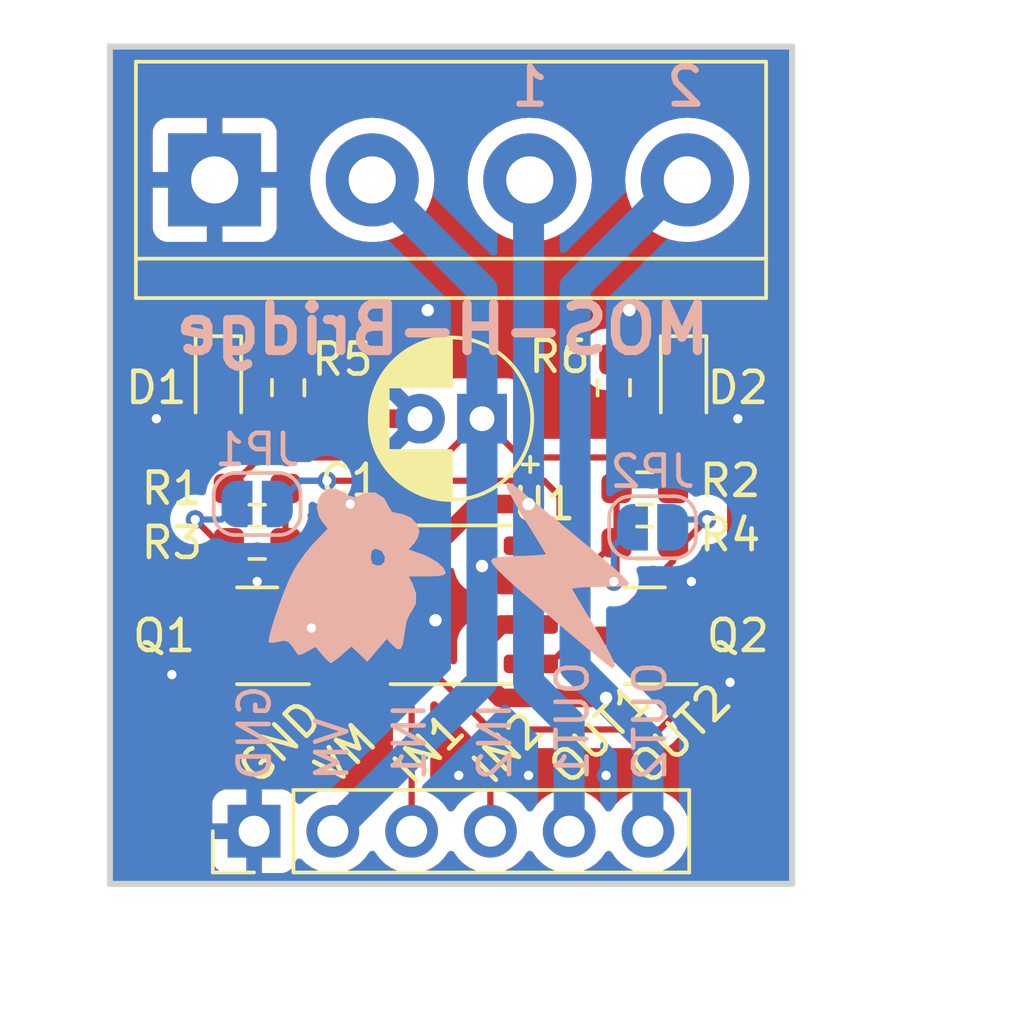
<source format=kicad_pcb>
(kicad_pcb (version 20221018) (generator pcbnew)
  (layers (0 "F.Cu" signal) (31 "B.Cu" signal) (34 "B.Paste" user) (35 "F.Paste" user) (36 "B.SilkS" user "B.Silkscreen") (37 "F.SilkS" user "F.Silkscreen") (38 "B.Mask" user) (39 "F.Mask" user) (44 "Edge.Cuts" user))
  (net 0 "")
  (net 1 "Net-(D1-K)")
  (net 2 "/IN1")
  (net 3 "Net-(D2-K)")
  (net 4 "/IN2")
  (net 5 "GND")
  (net 6 "Vdrive")
  (net 7 "/OUT1")
  (net 8 "/OUT2")
  (net 9 "Net-(JP1-A)")
  (net 10 "Net-(JP2-A)")
  (net 11 "Net-(JP1-B)")
  (net 12 "Net-(JP2-B)")
  (footprint "Resistor_SMD:R_0603_1608Metric_Pad0.98x0.95mm_HandSolder" (layer "F.Cu") (at 104.75 114.25)
    (fp_text reference "R1" (at -2.75 0) (layer "F.SilkS"))
    (fp_text value "10k")
    (fp_line (start -0.254724 -0.5225) (end 0.254724 -0.5225) (stroke (width 0.12)) (layer "F.SilkS"))
    (fp_line (start -0.254724 0.5225) (end 0.254724 0.5225) (stroke (width 0.12)) (layer "F.SilkS"))
    (pad "1" smd roundrect (at -0.9125 0) (size 0.975 0.95) (layers "F.Cu" "F.Paste" "F.Mask") (net 6 "Vdrive"))
    (pad "2" smd roundrect (at 0.9125 0) (size 0.975 0.95) (layers "F.Cu" "F.Paste" "F.Mask") (net 11 "Net-(JP1-B)"))
  )
  (footprint "LED_SMD:LED_0603_1608Metric_Pad1.05x0.95mm_HandSolder" (layer "F.Cu") (at 118.5 111 -90)
    (fp_text reference "D2" (at 0 -1.75) (layer "F.SilkS"))
    (fp_text value "LED")
    (fp_line (start -1.66 -0.735) (end -1.66 0.735) (stroke (width 0.12)) (layer "F.SilkS"))
    (fp_line (start -1.66 0.735) (end 0.8 0.735) (stroke (width 0.12)) (layer "F.SilkS"))
    (fp_line (start 0.8 -0.735) (end -1.66 -0.735) (stroke (width 0.12)) (layer "F.SilkS"))
    (pad "1" smd roundrect (at -0.875 0 270) (size 1.05 0.95) (layers "F.Cu" "F.Paste" "F.Mask") (net 3 "Net-(D2-K)"))
    (pad "2" smd roundrect (at 0.875 0 270) (size 1.05 0.95) (layers "F.Cu" "F.Paste" "F.Mask") (net 4 "/IN2"))
  )
  (footprint "Connector_PinHeader_2.54mm:PinHeader_1x06_P2.54mm_Vertical" (layer "F.Cu") (at 104.65 125.3 90)
    (fp_text reference "J1" hide)
    (fp_text value "Conn_01x06_Pin")
    (fp_line (start -1.33 -1.33) (end 0 -1.33) (stroke (width 0.12)) (layer "F.SilkS"))
    (fp_line (start -1.33 0) (end -1.33 -1.33) (stroke (width 0.12)) (layer "F.SilkS"))
    (fp_line (start -1.33 1.27) (end -1.33 14.03) (stroke (width 0.12)) (layer "F.SilkS"))
    (fp_line (start -1.33 1.27) (end 1.33 1.27) (stroke (width 0.12)) (layer "F.SilkS"))
    (fp_line (start -1.33 14.03) (end 1.33 14.03) (stroke (width 0.12)) (layer "F.SilkS"))
    (fp_line (start 1.33 1.27) (end 1.33 14.03) (stroke (width 0.12)) (layer "F.SilkS"))
    (pad "1" thru_hole rect (at 0 0 90) (size 1.7 1.7) (drill 1) (layers "*.Cu" "*.Mask") (net 5 "GND"))
    (pad "2" thru_hole oval (at 0 2.54 90) (size 1.7 1.7) (drill 1) (layers "*.Cu" "*.Mask") (net 6 "Vdrive"))
    (pad "3" thru_hole oval (at 0 5.08 90) (size 1.7 1.7) (drill 1) (layers "*.Cu" "*.Mask") (net 2 "/IN1"))
    (pad "4" thru_hole oval (at 0 7.62 90) (size 1.7 1.7) (drill 1) (layers "*.Cu" "*.Mask") (net 4 "/IN2"))
    (pad "5" thru_hole oval (at 0 10.16 90) (size 1.7 1.7) (drill 1) (layers "*.Cu" "*.Mask") (net 7 "/OUT1"))
    (pad "6" thru_hole oval (at 0 12.7 90) (size 1.7 1.7) (drill 1) (layers "*.Cu" "*.Mask") (net 8 "/OUT2"))
  )
  (footprint "Resistor_SMD:R_0603_1608Metric_Pad0.98x0.95mm_HandSolder" (layer "F.Cu") (at 117.25 116)
    (fp_text reference "R4" (at 2.75 -0.25) (layer "F.SilkS"))
    (fp_text value "20k")
    (fp_line (start -0.254724 -0.5225) (end 0.254724 -0.5225) (stroke (width 0.12)) (layer "F.SilkS"))
    (fp_line (start -0.254724 0.5225) (end 0.254724 0.5225) (stroke (width 0.12)) (layer "F.SilkS"))
    (pad "1" smd roundrect (at -0.9125 0) (size 0.975 0.95) (layers "F.Cu" "F.Paste" "F.Mask") (net 12 "Net-(JP2-B)"))
    (pad "2" smd roundrect (at 0.9125 0) (size 0.975 0.95) (layers "F.Cu" "F.Paste" "F.Mask") (net 10 "Net-(JP2-A)"))
  )
  (footprint "Package_TO_SOT_SMD:SOT-23" (layer "F.Cu") (at 104.75 119 180)
    (fp_text reference "Q1" (at 3 0) (layer "F.SilkS"))
    (fp_text value "2N7002")
    (fp_line (start 0 -1.56) (end -1.675 -1.56) (stroke (width 0.12)) (layer "F.SilkS"))
    (fp_line (start 0 -1.56) (end 0.65 -1.56) (stroke (width 0.12)) (layer "F.SilkS"))
    (fp_line (start 0 1.56) (end -0.65 1.56) (stroke (width 0.12)) (layer "F.SilkS"))
    (fp_line (start 0 1.56) (end 0.65 1.56) (stroke (width 0.12)) (layer "F.SilkS"))
    (pad "1" smd roundrect (at -0.9375 -0.95 180) (size 1.475 0.6) (layers "F.Cu" "F.Paste" "F.Mask") (net 2 "/IN1"))
    (pad "2" smd roundrect (at -0.9375 0.95 180) (size 1.475 0.6) (layers "F.Cu" "F.Paste" "F.Mask") (net 5 "GND"))
    (pad "3" smd roundrect (at 0.9375 0 180) (size 1.475 0.6) (layers "F.Cu" "F.Paste" "F.Mask") (net 9 "Net-(JP1-A)"))
  )
  (footprint "Capacitor_THT:CP_Radial_D5.0mm_P2.00mm" (layer "F.Cu") (at 112 112 180)
    (fp_text reference "C1" (at 4.25 -2) (layer "F.SilkS"))
    (fp_text value "100u")
    (fp_line (start -1.804775 -1.475) (end -1.304775 -1.475) (stroke (width 0.12)) (layer "F.SilkS"))
    (fp_line (start -1.554775 -1.725) (end -1.554775 -1.225) (stroke (width 0.12)) (layer "F.SilkS"))
    (fp_line (start 1 -2.58) (end 1 -1.04) (stroke (width 0.12)) (layer "F.SilkS"))
    (fp_line (start 1 1.04) (end 1 2.58) (stroke (width 0.12)) (layer "F.SilkS"))
    (fp_line (start 1.04 -2.58) (end 1.04 -1.04) (stroke (width 0.12)) (layer "F.SilkS"))
    (fp_line (start 1.04 1.04) (end 1.04 2.58) (stroke (width 0.12)) (layer "F.SilkS"))
    (fp_line (start 1.08 -2.579) (end 1.08 -1.04) (stroke (width 0.12)) (layer "F.SilkS"))
    (fp_line (start 1.08 1.04) (end 1.08 2.579) (stroke (width 0.12)) (layer "F.SilkS"))
    (fp_line (start 1.12 -2.578) (end 1.12 -1.04) (stroke (width 0.12)) (layer "F.SilkS"))
    (fp_line (start 1.12 1.04) (end 1.12 2.578) (stroke (width 0.12)) (layer "F.SilkS"))
    (fp_line (start 1.16 -2.576) (end 1.16 -1.04) (stroke (width 0.12)) (layer "F.SilkS"))
    (fp_line (start 1.16 1.04) (end 1.16 2.576) (stroke (width 0.12)) (layer "F.SilkS"))
    (fp_line (start 1.2 -2.573) (end 1.2 -1.04) (stroke (width 0.12)) (layer "F.SilkS"))
    (fp_line (start 1.2 1.04) (end 1.2 2.573) (stroke (width 0.12)) (layer "F.SilkS"))
    (fp_line (start 1.24 -2.569) (end 1.24 -1.04) (stroke (width 0.12)) (layer "F.SilkS"))
    (fp_line (start 1.24 1.04) (end 1.24 2.569) (stroke (width 0.12)) (layer "F.SilkS"))
    (fp_line (start 1.28 -2.565) (end 1.28 -1.04) (stroke (width 0.12)) (layer "F.SilkS"))
    (fp_line (start 1.28 1.04) (end 1.28 2.565) (stroke (width 0.12)) (layer "F.SilkS"))
    (fp_line (start 1.32 -2.561) (end 1.32 -1.04) (stroke (width 0.12)) (layer "F.SilkS"))
    (fp_line (start 1.32 1.04) (end 1.32 2.561) (stroke (width 0.12)) (layer "F.SilkS"))
    (fp_line (start 1.36 -2.556) (end 1.36 -1.04) (stroke (width 0.12)) (layer "F.SilkS"))
    (fp_line (start 1.36 1.04) (end 1.36 2.556) (stroke (width 0.12)) (layer "F.SilkS"))
    (fp_line (start 1.4 -2.55) (end 1.4 -1.04) (stroke (width 0.12)) (layer "F.SilkS"))
    (fp_line (start 1.4 1.04) (end 1.4 2.55) (stroke (width 0.12)) (layer "F.SilkS"))
    (fp_line (start 1.44 -2.543) (end 1.44 -1.04) (stroke (width 0.12)) (layer "F.SilkS"))
    (fp_line (start 1.44 1.04) (end 1.44 2.543) (stroke (width 0.12)) (layer "F.SilkS"))
    (fp_line (start 1.48 -2.536) (end 1.48 -1.04) (stroke (width 0.12)) (layer "F.SilkS"))
    (fp_line (start 1.48 1.04) (end 1.48 2.536) (stroke (width 0.12)) (layer "F.SilkS"))
    (fp_line (start 1.52 -2.528) (end 1.52 -1.04) (stroke (width 0.12)) (layer "F.SilkS"))
    (fp_line (start 1.52 1.04) (end 1.52 2.528) (stroke (width 0.12)) (layer "F.SilkS"))
    (fp_line (start 1.56 -2.52) (end 1.56 -1.04) (stroke (width 0.12)) (layer "F.SilkS"))
    (fp_line (start 1.56 1.04) (end 1.56 2.52) (stroke (width 0.12)) (layer "F.SilkS"))
    (fp_line (start 1.6 -2.511) (end 1.6 -1.04) (stroke (width 0.12)) (layer "F.SilkS"))
    (fp_line (start 1.6 1.04) (end 1.6 2.511) (stroke (width 0.12)) (layer "F.SilkS"))
    (fp_line (start 1.64 -2.501) (end 1.64 -1.04) (stroke (width 0.12)) (layer "F.SilkS"))
    (fp_line (start 1.64 1.04) (end 1.64 2.501) (stroke (width 0.12)) (layer "F.SilkS"))
    (fp_line (start 1.68 -2.491) (end 1.68 -1.04) (stroke (width 0.12)) (layer "F.SilkS"))
    (fp_line (start 1.68 1.04) (end 1.68 2.491) (stroke (width 0.12)) (layer "F.SilkS"))
    (fp_line (start 1.721 -2.48) (end 1.721 -1.04) (stroke (width 0.12)) (layer "F.SilkS"))
    (fp_line (start 1.721 1.04) (end 1.721 2.48) (stroke (width 0.12)) (layer "F.SilkS"))
    (fp_line (start 1.761 -2.468) (end 1.761 -1.04) (stroke (width 0.12)) (layer "F.SilkS"))
    (fp_line (start 1.761 1.04) (end 1.761 2.468) (stroke (width 0.12)) (layer "F.SilkS"))
    (fp_line (start 1.801 -2.455) (end 1.801 -1.04) (stroke (width 0.12)) (layer "F.SilkS"))
    (fp_line (start 1.801 1.04) (end 1.801 2.455) (stroke (width 0.12)) (layer "F.SilkS"))
    (fp_line (start 1.841 -2.442) (end 1.841 -1.04) (stroke (width 0.12)) (layer "F.SilkS"))
    (fp_line (start 1.841 1.04) (end 1.841 2.442) (stroke (width 0.12)) (layer "F.SilkS"))
    (fp_line (start 1.881 -2.428) (end 1.881 -1.04) (stroke (width 0.12)) (layer "F.SilkS"))
    (fp_line (start 1.881 1.04) (end 1.881 2.428) (stroke (width 0.12)) (layer "F.SilkS"))
    (fp_line (start 1.921 -2.414) (end 1.921 -1.04) (stroke (width 0.12)) (layer "F.SilkS"))
    (fp_line (start 1.921 1.04) (end 1.921 2.414) (stroke (width 0.12)) (layer "F.SilkS"))
    (fp_line (start 1.961 -2.398) (end 1.961 -1.04) (stroke (width 0.12)) (layer "F.SilkS"))
    (fp_line (start 1.961 1.04) (end 1.961 2.398) (stroke (width 0.12)) (layer "F.SilkS"))
    (fp_line (start 2.001 -2.382) (end 2.001 -1.04) (stroke (width 0.12)) (layer "F.SilkS"))
    (fp_line (start 2.001 1.04) (end 2.001 2.382) (stroke (width 0.12)) (layer "F.SilkS"))
    (fp_line (start 2.041 -2.365) (end 2.041 -1.04) (stroke (width 0.12)) (layer "F.SilkS"))
    (fp_line (start 2.041 1.04) (end 2.041 2.365) (stroke (width 0.12)) (layer "F.SilkS"))
    (fp_line (start 2.081 -2.348) (end 2.081 -1.04) (stroke (width 0.12)) (layer "F.SilkS"))
    (fp_line (start 2.081 1.04) (end 2.081 2.348) (stroke (width 0.12)) (layer "F.SilkS"))
    (fp_line (start 2.121 -2.329) (end 2.121 -1.04) (stroke (width 0.12)) (layer "F.SilkS"))
    (fp_line (start 2.121 1.04) (end 2.121 2.329) (stroke (width 0.12)) (layer "F.SilkS"))
    (fp_line (start 2.161 -2.31) (end 2.161 -1.04) (stroke (width 0.12)) (layer "F.SilkS"))
    (fp_line (start 2.161 1.04) (end 2.161 2.31) (stroke (width 0.12)) (layer "F.SilkS"))
    (fp_line (start 2.201 -2.29) (end 2.201 -1.04) (stroke (width 0.12)) (layer "F.SilkS"))
    (fp_line (start 2.201 1.04) (end 2.201 2.29) (stroke (width 0.12)) (layer "F.SilkS"))
    (fp_line (start 2.241 -2.268) (end 2.241 -1.04) (stroke (width 0.12)) (layer "F.SilkS"))
    (fp_line (start 2.241 1.04) (end 2.241 2.268) (stroke (width 0.12)) (layer "F.SilkS"))
    (fp_line (start 2.281 -2.247) (end 2.281 -1.04) (stroke (width 0.12)) (layer "F.SilkS"))
    (fp_line (start 2.281 1.04) (end 2.281 2.247) (stroke (width 0.12)) (layer "F.SilkS"))
    (fp_line (start 2.321 -2.224) (end 2.321 -1.04) (stroke (width 0.12)) (layer "F.SilkS"))
    (fp_line (start 2.321 1.04) (end 2.321 2.224) (stroke (width 0.12)) (layer "F.SilkS"))
    (fp_line (start 2.361 -2.2) (end 2.361 -1.04) (stroke (width 0.12)) (layer "F.SilkS"))
    (fp_line (start 2.361 1.04) (end 2.361 2.2) (stroke (width 0.12)) (layer "F.SilkS"))
    (fp_line (start 2.401 -2.175) (end 2.401 -1.04) (stroke (width 0.12)) (layer "F.SilkS"))
    (fp_line (start 2.401 1.04) (end 2.401 2.175) (stroke (width 0.12)) (layer "F.SilkS"))
    (fp_line (start 2.441 -2.149) (end 2.441 -1.04) (stroke (width 0.12)) (layer "F.SilkS"))
    (fp_line (start 2.441 1.04) (end 2.441 2.149) (stroke (width 0.12)) (layer "F.SilkS"))
    (fp_line (start 2.481 -2.122) (end 2.481 -1.04) (stroke (width 0.12)) (layer "F.SilkS"))
    (fp_line (start 2.481 1.04) (end 2.481 2.122) (stroke (width 0.12)) (layer "F.SilkS"))
    (fp_line (start 2.521 -2.095) (end 2.521 -1.04) (stroke (width 0.12)) (layer "F.SilkS"))
    (fp_line (start 2.521 1.04) (end 2.521 2.095) (stroke (width 0.12)) (layer "F.SilkS"))
    (fp_line (start 2.561 -2.065) (end 2.561 -1.04) (stroke (width 0.12)) (layer "F.SilkS"))
    (fp_line (start 2.561 1.04) (end 2.561 2.065) (stroke (width 0.12)) (layer "F.SilkS"))
    (fp_line (start 2.601 -2.035) (end 2.601 -1.04) (stroke (width 0.12)) (layer "F.SilkS"))
    (fp_line (start 2.601 1.04) (end 2.601 2.035) (stroke (width 0.12)) (layer "F.SilkS"))
    (fp_line (start 2.641 -2.004) (end 2.641 -1.04) (stroke (width 0.12)) (layer "F.SilkS"))
    (fp_line (start 2.641 1.04) (end 2.641 2.004) (stroke (width 0.12)) (layer "F.SilkS"))
    (fp_line (start 2.681 -1.971) (end 2.681 -1.04) (stroke (width 0.12)) (layer "F.SilkS"))
    (fp_line (start 2.681 1.04) (end 2.681 1.971) (stroke (width 0.12)) (layer "F.SilkS"))
    (fp_line (start 2.721 -1.937) (end 2.721 -1.04) (stroke (width 0.12)) (layer "F.SilkS"))
    (fp_line (start 2.721 1.04) (end 2.721 1.937) (stroke (width 0.12)) (layer "F.SilkS"))
    (fp_line (start 2.761 -1.901) (end 2.761 -1.04) (stroke (width 0.12)) (layer "F.SilkS"))
    (fp_line (start 2.761 1.04) (end 2.761 1.901) (stroke (width 0.12)) (layer "F.SilkS"))
    (fp_line (start 2.801 -1.864) (end 2.801 -1.04) (stroke (width 0.12)) (layer "F.SilkS"))
    (fp_line (start 2.801 1.04) (end 2.801 1.864) (stroke (width 0.12)) (layer "F.SilkS"))
    (fp_line (start 2.841 -1.826) (end 2.841 -1.04) (stroke (width 0.12)) (layer "F.SilkS"))
    (fp_line (start 2.841 1.04) (end 2.841 1.826) (stroke (width 0.12)) (layer "F.SilkS"))
    (fp_line (start 2.881 -1.785) (end 2.881 -1.04) (stroke (width 0.12)) (layer "F.SilkS"))
    (fp_line (start 2.881 1.04) (end 2.881 1.785) (stroke (width 0.12)) (layer "F.SilkS"))
    (fp_line (start 2.921 -1.743) (end 2.921 -1.04) (stroke (width 0.12)) (layer "F.SilkS"))
    (fp_line (start 2.921 1.04) (end 2.921 1.743) (stroke (width 0.12)) (layer "F.SilkS"))
    (fp_line (start 2.961 -1.699) (end 2.961 -1.04) (stroke (width 0.12)) (layer "F.SilkS"))
    (fp_line (start 2.961 1.04) (end 2.961 1.699) (stroke (width 0.12)) (layer "F.SilkS"))
    (fp_line (start 3.001 -1.653) (end 3.001 -1.04) (stroke (width 0.12)) (layer "F.SilkS"))
    (fp_line (start 3.001 1.04) (end 3.001 1.653) (stroke (width 0.12)) (layer "F.SilkS"))
    (fp_line (start 3.041 -1.605) (end 3.041 1.605) (stroke (width 0.12)) (layer "F.SilkS"))
    (fp_line (start 3.081 -1.554) (end 3.081 1.554) (stroke (width 0.12)) (layer "F.SilkS"))
    (fp_line (start 3.121 -1.5) (end 3.121 1.5) (stroke (width 0.12)) (layer "F.SilkS"))
    (fp_line (start 3.161 -1.443) (end 3.161 1.443) (stroke (width 0.12)) (layer "F.SilkS"))
    (fp_line (start 3.201 -1.383) (end 3.201 1.383) (stroke (width 0.12)) (layer "F.SilkS"))
    (fp_line (start 3.241 -1.319) (end 3.241 1.319) (stroke (width 0.12)) (layer "F.SilkS"))
    (fp_line (start 3.281 -1.251) (end 3.281 1.251) (stroke (width 0.12)) (layer "F.SilkS"))
    (fp_line (start 3.321 -1.178) (end 3.321 1.178) (stroke (width 0.12)) (layer "F.SilkS"))
    (fp_line (start 3.361 -1.098) (end 3.361 1.098) (stroke (width 0.12)) (layer "F.SilkS"))
    (fp_line (start 3.401 -1.011) (end 3.401 1.011) (stroke (width 0.12)) (layer "F.SilkS"))
    (fp_line (start 3.441 -0.915) (end 3.441 0.915) (stroke (width 0.12)) (layer "F.SilkS"))
    (fp_line (start 3.481 -0.805) (end 3.481 0.805) (stroke (width 0.12)) (layer "F.SilkS"))
    (fp_line (start 3.521 -0.677) (end 3.521 0.677) (stroke (width 0.12)) (layer "F.SilkS"))
    (fp_line (start 3.561 -0.518) (end 3.561 0.518) (stroke (width 0.12)) (layer "F.SilkS"))
    (fp_line (start 3.601 -0.284) (end 3.601 0.284) (stroke (width 0.12)) (layer "F.SilkS"))
    (fp_circle (center 1 0) (end 3.62 0) (stroke (width 0.12)) (fill none) (layer "F.SilkS"))
    (pad "1" thru_hole rect (at 0 0 180) (size 1.6 1.6) (drill 0.8) (layers "*.Cu" "*.Mask") (net 6 "Vdrive"))
    (pad "2" thru_hole circle (at 2 0 180) (size 1.6 1.6) (drill 0.8) (layers "*.Cu" "*.Mask") (net 5 "GND"))
  )
  (footprint "TerminalBlock:TerminalBlock_bornier-4_P5.08mm" (layer "F.Cu") (at 103.38 104.3)
    (fp_text reference "J2" hide)
    (fp_text value "Screw_Terminal_01x04")
    (fp_line (start -2.54 -3.81) (end -2.54 3.81) (stroke (width 0.12)) (layer "F.SilkS"))
    (fp_line (start -2.54 -3.81) (end 17.78 -3.81) (stroke (width 0.12)) (layer "F.SilkS"))
    (fp_line (start -2.54 3.81) (end 17.78 3.81) (stroke (width 0.12)) (layer "F.SilkS"))
    (fp_line (start 17.78 2.54) (end -2.54 2.54) (stroke (width 0.12)) (layer "F.SilkS"))
    (fp_line (start 17.78 3.81) (end 17.78 -3.81) (stroke (width 0.12)) (layer "F.SilkS"))
    (pad "1" thru_hole rect (at 0 0) (size 3 3) (drill 1.52) (layers "*.Cu" "*.Mask") (net 5 "GND"))
    (pad "2" thru_hole circle (at 5.08 0) (size 3 3) (drill 1.52) (layers "*.Cu" "*.Mask") (net 6 "Vdrive"))
    (pad "3" thru_hole circle (at 10.16 0) (size 3 3) (drill 1.52) (layers "*.Cu" "*.Mask") (net 7 "/OUT1"))
    (pad "4" thru_hole circle (at 15.24 0) (size 3 3) (drill 1.52) (layers "*.Cu" "*.Mask") (net 8 "/OUT2"))
  )
  (footprint "Resistor_SMD:R_0603_1608Metric_Pad0.98x0.95mm_HandSolder" (layer "F.Cu") (at 116.25 111 -90)
    (fp_text reference "R6" (at -1 1.75) (layer "F.SilkS"))
    (fp_text value "2k")
    (fp_line (start -0.254724 -0.5225) (end 0.254724 -0.5225) (stroke (width 0.12)) (layer "F.SilkS"))
    (fp_line (start -0.254724 0.5225) (end 0.254724 0.5225) (stroke (width 0.12)) (layer "F.SilkS"))
    (pad "1" smd roundrect (at -0.9125 0 270) (size 0.975 0.95) (layers "F.Cu" "F.Paste" "F.Mask") (net 3 "Net-(D2-K)"))
    (pad "2" smd roundrect (at 0.9125 0 270) (size 0.975 0.95) (layers "F.Cu" "F.Paste" "F.Mask") (net 5 "GND"))
  )
  (footprint "LED_SMD:LED_0603_1608Metric_Pad1.05x0.95mm_HandSolder" (layer "F.Cu") (at 103.5 111 -90)
    (fp_text reference "D1" (at 0 2 -180) (layer "F.SilkS"))
    (fp_text value "LED")
    (fp_line (start -1.66 -0.735) (end -1.66 0.735) (stroke (width 0.12)) (layer "F.SilkS"))
    (fp_line (start -1.66 0.735) (end 0.8 0.735) (stroke (width 0.12)) (layer "F.SilkS"))
    (fp_line (start 0.8 -0.735) (end -1.66 -0.735) (stroke (width 0.12)) (layer "F.SilkS"))
    (pad "1" smd roundrect (at -0.875 0 270) (size 1.05 0.95) (layers "F.Cu" "F.Paste" "F.Mask") (net 1 "Net-(D1-K)"))
    (pad "2" smd roundrect (at 0.875 0 270) (size 1.05 0.95) (layers "F.Cu" "F.Paste" "F.Mask") (net 2 "/IN1"))
  )
  (footprint "Package_TO_SOT_SMD:SOT-23" (layer "F.Cu") (at 117.25 119 180)
    (fp_text reference "Q2" (at -3 0) (layer "F.SilkS"))
    (fp_text value "2N7002")
    (fp_line (start 0 -1.56) (end -1.675 -1.56) (stroke (width 0.12)) (layer "F.SilkS"))
    (fp_line (start 0 -1.56) (end 0.65 -1.56) (stroke (width 0.12)) (layer "F.SilkS"))
    (fp_line (start 0 1.56) (end -0.65 1.56) (stroke (width 0.12)) (layer "F.SilkS"))
    (fp_line (start 0 1.56) (end 0.65 1.56) (stroke (width 0.12)) (layer "F.SilkS"))
    (pad "1" smd roundrect (at -0.9375 -0.95 180) (size 1.475 0.6) (layers "F.Cu" "F.Paste" "F.Mask") (net 4 "/IN2"))
    (pad "2" smd roundrect (at -0.9375 0.95 180) (size 1.475 0.6) (layers "F.Cu" "F.Paste" "F.Mask") (net 5 "GND"))
    (pad "3" smd roundrect (at 0.9375 0 180) (size 1.475 0.6) (layers "F.Cu" "F.Paste" "F.Mask") (net 10 "Net-(JP2-A)"))
  )
  (footprint "Resistor_SMD:R_0603_1608Metric_Pad0.98x0.95mm_HandSolder" (layer "F.Cu") (at 104.75 116 180)
    (fp_text reference "R3" (at 2.75 0) (layer "F.SilkS"))
    (fp_text value "20k")
    (fp_line (start -0.254724 -0.5225) (end 0.254724 -0.5225) (stroke (width 0.12)) (layer "F.SilkS"))
    (fp_line (start -0.254724 0.5225) (end 0.254724 0.5225) (stroke (width 0.12)) (layer "F.SilkS"))
    (pad "1" smd roundrect (at -0.9125 0 180) (size 0.975 0.95) (layers "F.Cu" "F.Paste" "F.Mask") (net 11 "Net-(JP1-B)"))
    (pad "2" smd roundrect (at 0.9125 0 180) (size 0.975 0.95) (layers "F.Cu" "F.Paste" "F.Mask") (net 9 "Net-(JP1-A)"))
  )
  (footprint "Package_SO:SO-8_3.9x4.9mm_P1.27mm" (layer "F.Cu") (at 111 118)
    (fp_text reference "U1" (at 3 -3.25) (layer "F.SilkS"))
    (fp_text value "~")
    (fp_line (start 0 -2.56) (end -3.45 -2.56) (stroke (width 0.12)) (layer "F.SilkS"))
    (fp_line (start 0 -2.56) (end 1.95 -2.56) (stroke (width 0.12)) (layer "F.SilkS"))
    (fp_line (start 0 2.56) (end -1.95 2.56) (stroke (width 0.12)) (layer "F.SilkS"))
    (fp_line (start 0 2.56) (end 1.95 2.56) (stroke (width 0.12)) (layer "F.SilkS"))
    (pad "1" smd roundrect (at -2.575 -1.905) (size 1.75 0.6) (layers "F.Cu" "F.Paste" "F.Mask") (net 4 "/IN2"))
    (pad "2" smd roundrect (at -2.575 -0.635) (size 1.75 0.6) (layers "F.Cu" "F.Paste" "F.Mask") (net 7 "/OUT1"))
    (pad "3" smd roundrect (at -2.575 0.635) (size 1.75 0.6) (layers "F.Cu" "F.Paste" "F.Mask") (net 5 "GND"))
    (pad "4" smd roundrect (at -2.575 1.905) (size 1.75 0.6) (layers "F.Cu" "F.Paste" "F.Mask") (net 2 "/IN1"))
    (pad "5" smd roundrect (at 2.575 1.905) (size 1.75 0.6) (layers "F.Cu" "F.Paste" "F.Mask") (net 12 "Net-(JP2-B)"))
    (pad "6" smd roundrect (at 2.575 0.635) (size 1.75 0.6) (layers "F.Cu" "F.Paste" "F.Mask") (net 8 "/OUT2"))
    (pad "7" smd roundrect (at 2.575 -0.635) (size 1.75 0.6) (layers "F.Cu" "F.Paste" "F.Mask") (net 6 "Vdrive"))
    (pad "8" smd roundrect (at 2.575 -1.905) (size 1.75 0.6) (layers "F.Cu" "F.Paste" "F.Mask") (net 11 "Net-(JP1-B)"))
  )
  (footprint "Resistor_SMD:R_0603_1608Metric_Pad0.98x0.95mm_HandSolder" (layer "F.Cu") (at 117.25 114.25 180)
    (fp_text reference "R2" (at -2.75 0.25) (layer "F.SilkS"))
    (fp_text value "10k")
    (fp_line (start -0.254724 -0.5225) (end 0.254724 -0.5225) (stroke (width 0.12)) (layer "F.SilkS"))
    (fp_line (start -0.254724 0.5225) (end 0.254724 0.5225) (stroke (width 0.12)) (layer "F.SilkS"))
    (pad "1" smd roundrect (at -0.9125 0 180) (size 0.975 0.95) (layers "F.Cu" "F.Paste" "F.Mask") (net 6 "Vdrive"))
    (pad "2" smd roundrect (at 0.9125 0 180) (size 0.975 0.95) (layers "F.Cu" "F.Paste" "F.Mask") (net 12 "Net-(JP2-B)"))
  )
  (footprint "Resistor_SMD:R_0603_1608Metric_Pad0.98x0.95mm_HandSolder" (layer "F.Cu") (at 105.75 111 -90)
    (fp_text reference "R5" (at -0.9125 -1.75 -180) (layer "F.SilkS"))
    (fp_text value "2k")
    (fp_line (start -0.254724 -0.5225) (end 0.254724 -0.5225) (stroke (width 0.12)) (layer "F.SilkS"))
    (fp_line (start -0.254724 0.5225) (end 0.254724 0.5225) (stroke (width 0.12)) (layer "F.SilkS"))
    (pad "1" smd roundrect (at -0.9125 0 270) (size 0.975 0.95) (layers "F.Cu" "F.Paste" "F.Mask") (net 1 "Net-(D1-K)"))
    (pad "2" smd roundrect (at 0.9125 0 270) (size 0.975 0.95) (layers "F.Cu" "F.Paste" "F.Mask") (net 5 "GND"))
  )
  (footprint "LOGO" (layer "B.Cu") (at 111 117 180)
    (fp_text reference "G***" hide)
    (fp_text value "LOGO" hide)
    (fp_poly (pts (xy -1.778007 2.91254) (xy -1.791071 2.812233) (xy -1.891243 2.589834) (xy -2.069575 2.262699) (xy -2.317115 1.848185) (xy -2.374262 1.756131) (xy -2.609197 1.377426) (xy -2.808459 1.051497) (xy -2.956421 0.804278) (xy -3.037458 0.661706) (xy -3.048 0.637899) (xy -2.96925 0.619383) (xy -2.75661 0.600453) (xy -2.445498 0.5837) (xy -2.18116 0.574462) (xy -1.775976 0.558526) (xy -1.512153 0.534501) (xy -1.361748 0.497543) (xy -1.296821 0.442811) (xy -1.28937 0.419914) (xy -1.341802 0.312578) (xy -1.509818 0.117867) (xy -1.776397 -0.146286) (xy -2.12452 -0.461947) (xy -2.135044 -0.47115) (xy -2.607729 -0.88215) (xy -3.088303 -1.296459) (xy -3.559153 -1.699242) (xy -4.002668 -2.075666) (xy -4.401236 -2.410896) (xy -4.737246 -2.690098) (xy -4.993087 -2.898437) (xy -5.151147 -3.02108) (xy -5.194313 -3.048) (xy -5.274353 -2.988339) (xy -5.290833 -2.964682) (xy -5.266601 -2.86759) (xy -5.166402 -2.653105) (xy -5.003953 -2.347466) (xy -4.792974 -1.976913) (xy -4.639663 -1.719213) (xy -4.399691 -1.321114) (xy -4.191363 -0.973235) (xy -4.030185 -0.701647) (xy -3.93166 -0.532421) (xy -3.908778 -0.490197) (xy -3.976044 -0.463584) (xy -4.180032 -0.441995) (xy -4.488149 -0.427808) (xy -4.825153 -0.423333) (xy -5.250413 -0.419143) (xy -5.529642 -0.404682) (xy -5.685976 -0.377111) (xy -5.742553 -0.333593) (xy -5.742375 -0.310834) (xy -5.668946 -0.209026) (xy -5.495357 -0.031022) (xy -5.252658 0.192329) (xy -5.122334 0.305225) (xy -4.904809 0.488252) (xy -4.599321 0.742855) (xy -4.230578 1.048686) (xy -3.823287 1.385394) (xy -3.402153 1.732628) (xy -2.991885 2.07004) (xy -2.617189 2.377278) (xy -2.302772 2.633994) (xy -2.073341 2.819836) (xy -1.964912 2.905868) (xy -1.825191 2.94099)) (fill solid) (layer "B.SilkS"))
    (fp_poly (pts (xy 3.967297 2.732357) (xy 4.161783 2.603038) (xy 4.288868 2.392492) (xy 4.327505 2.130069) (xy 4.256646 1.845119) (xy 4.148579 1.67012) (xy 3.979159 1.454737) (xy 4.432554 0.982864) (xy 4.7048 0.661626) (xy 4.96683 0.290059) (xy 5.145145 -0.019672) (xy 5.277646 -0.315345) (xy 5.420913 -0.67454) (xy 5.563121 -1.062061) (xy 5.692442 -1.442713) (xy 5.79705 -1.781299) (xy 5.865117 -2.042625) (xy 5.884817 -2.191494) (xy 5.880393 -2.207708) (xy 5.780466 -2.231297) (xy 5.590544 -2.201402) (xy 5.565691 -2.194554) (xy 5.379194 -2.159426) (xy 5.242603 -2.20281) (xy 5.110685 -2.352008) (xy 4.993368 -2.54) (xy 4.92428 -2.613379) (xy 4.816865 -2.600859) (xy 4.642409 -2.51239) (xy 4.366489 -2.357779) (xy 4.151744 -2.618986) (xy 4.001946 -2.784255) (xy 3.893481 -2.874003) (xy 3.876446 -2.87943) (xy 3.782288 -2.827613) (xy 3.61204 -2.696965) (xy 3.512762 -2.612515) (xy 3.209632 -2.346364) (xy 2.953194 -2.591348) (xy 2.696757 -2.836333) (xy 2.383585 -2.469777) (xy 2.070413 -2.10322) (xy 1.911084 -2.279277) (xy 1.746134 -2.426075) (xy 1.630906 -2.432781) (xy 1.554376 -2.290264) (xy 1.505518 -1.989392) (xy 1.500735 -1.939404) (xy 1.437184 -1.549909) (xy 1.324457 -1.293531) (xy 1.277309 -1.235447) (xy 1.126899 -0.959159) (xy 1.124594 -0.624868) (xy 1.22984 -0.334462) (xy 1.359015 -0.084667) (xy 0.764174 -0.084667) (xy 0.429081 -0.075014) (xy 0.239001 -0.043115) (xy 0.170558 0.015441) (xy 0.169333 0.027575) (xy 0.244874 0.197112) (xy 0.446652 0.381718) (xy 0.737393 0.552426) (xy 0.762094 0.562502) (xy 2.135119 0.562502) (xy 2.145147 0.38657) (xy 2.268173 0.275531) (xy 2.391454 0.269229) (xy 2.532166 0.329129) (xy 2.580572 0.486637) (xy 2.582333 0.550333) (xy 2.5543 0.738091) (xy 2.453677 0.802722) (xy 2.422227 0.804333) (xy 2.238324 0.732766) (xy 2.135119 0.562502) (xy 0.762094 0.562502) (xy 0.963115 0.644503) (xy 1.365698 0.781677) (xy 1.190849 0.967795) (xy 1.061537 1.178158) (xy 1.016 1.375145) (xy 1.091959 1.605578) (xy 1.285695 1.803862) (xy 1.545992 1.927092) (xy 1.699045 1.947333) (xy 1.900269 1.994092) (xy 1.993975 2.137833) (xy 2.153577 2.439053) (xy 2.402843 2.598718) (xy 2.590458 2.624667) (xy 2.796677 2.601213) (xy 2.917965 2.544325) (xy 2.921 2.54) (xy 3.058592 2.459983) (xy 3.275018 2.514957) (xy 3.460312 2.629906) (xy 3.726458 2.751096)) (fill solid) (layer "B.SilkS"))
  )
  (footprint "Jumper:SolderJumper-2_P1.3mm_Open_RoundedPad1.0x1.5mm" (layer "B.Cu") (at 104.75 114.75)
    (fp_text reference "JP1" (at 0 -1.75) (layer "B.SilkS") (effects (justify mirror)))
    (fp_text value "SolderJumper_2_Open")
    (fp_line (start -1.4 -0.3) (end -1.4 0.3) (stroke (width 0.12)) (layer "B.SilkS"))
    (fp_line (start -0.7 1) (end 0.7 1) (stroke (width 0.12)) (layer "B.SilkS"))
    (fp_line (start 0.7 -1) (end -0.7 -1) (stroke (width 0.12)) (layer "B.SilkS"))
    (fp_line (start 1.4 0.3) (end 1.4 -0.3) (stroke (width 0.12)) (layer "B.SilkS"))
    (fp_arc (start -1.4 -0.3) (mid -1.194975 -0.794975) (end -0.7 -1) (stroke (width 0.12)) (layer "B.SilkS"))
    (fp_arc (start -0.7 1) (mid -1.194975 0.794975) (end -1.4 0.3) (stroke (width 0.12)) (layer "B.SilkS"))
    (fp_arc (start 0.7 -1) (mid 1.194975 -0.794975) (end 1.4 -0.3) (stroke (width 0.12)) (layer "B.SilkS"))
    (fp_arc (start 1.4 0.3) (mid 1.194975 0.794975) (end 0.7 1) (stroke (width 0.12)) (layer "B.SilkS"))
    (pad "1" smd custom (at -0.65 0) (size 1 0.5) (layers "B.Cu" "B.Mask") (net 9 "Net-(JP1-A)") (options (clearance outline) (anchor rect)) (primitives (gr_circle (center 0 -0.25) (end 0.5 -0.25) (width 0) (fill yes)) (gr_circle (center 0 0.25) (end 0.5 0.25) (width 0) (fill yes)) (gr_poly (pts (xy 0.5 -0.75) (xy 0 -0.75) (xy 0 0.75) (xy 0.5 0.75)) (width 0) (fill yes))))
    (pad "2" smd custom (at 0.65 0) (size 1 0.5) (layers "B.Cu" "B.Mask") (net 11 "Net-(JP1-B)") (options (clearance outline) (anchor rect)) (primitives (gr_circle (center 0 -0.25) (end 0.5 -0.25) (width 0) (fill yes)) (gr_circle (center 0 0.25) (end 0.5 0.25) (width 0) (fill yes)) (gr_poly (pts (xy 0 -0.75) (xy -0.5 -0.75) (xy -0.5 0.75) (xy 0 0.75)) (width 0) (fill yes))))
  )
  (footprint "Jumper:SolderJumper-2_P1.3mm_Open_RoundedPad1.0x1.5mm" (layer "B.Cu") (at 117.5 115.5 180)
    (fp_text reference "JP2" (at 0 1.8) (layer "B.SilkS") (effects (justify mirror)))
    (fp_text value "SolderJumper_2_Open")
    (fp_line (start -1.4 -0.3) (end -1.4 0.3) (stroke (width 0.12)) (layer "B.SilkS"))
    (fp_line (start -0.7 1) (end 0.7 1) (stroke (width 0.12)) (layer "B.SilkS"))
    (fp_line (start 0.7 -1) (end -0.7 -1) (stroke (width 0.12)) (layer "B.SilkS"))
    (fp_line (start 1.4 0.3) (end 1.4 -0.3) (stroke (width 0.12)) (layer "B.SilkS"))
    (fp_arc (start -1.4 -0.3) (mid -1.194975 -0.794975) (end -0.7 -1) (stroke (width 0.12)) (layer "B.SilkS"))
    (fp_arc (start -0.7 1) (mid -1.194975 0.794975) (end -1.4 0.3) (stroke (width 0.12)) (layer "B.SilkS"))
    (fp_arc (start 0.7 -1) (mid 1.194975 -0.794975) (end 1.4 -0.3) (stroke (width 0.12)) (layer "B.SilkS"))
    (fp_arc (start 1.4 0.3) (mid 1.194975 0.794975) (end 0.7 1) (stroke (width 0.12)) (layer "B.SilkS"))
    (pad "1" smd custom (at -0.65 0 180) (size 1 0.5) (layers "B.Cu" "B.Mask") (net 10 "Net-(JP2-A)") (options (clearance outline) (anchor rect)) (primitives (gr_circle (center 0 -0.25) (end 0.5 -0.25) (width 0) (fill yes)) (gr_circle (center 0 0.25) (end 0.5 0.25) (width 0) (fill yes)) (gr_poly (pts (xy 0.5 -0.75) (xy 0 -0.75) (xy 0 0.75) (xy 0.5 0.75)) (width 0) (fill yes))))
    (pad "2" smd custom (at 0.65 0 180) (size 1 0.5) (layers "B.Cu" "B.Mask") (net 12 "Net-(JP2-B)") (options (clearance outline) (anchor rect)) (primitives (gr_circle (center 0 -0.25) (end 0.5 -0.25) (width 0) (fill yes)) (gr_circle (center 0 0.25) (end 0.5 0.25) (width 0) (fill yes)) (gr_poly (pts (xy 0 -0.75) (xy -0.5 -0.75) (xy -0.5 0.75) (xy 0 0.75)) (width 0) (fill yes))))
  )
  (gr_rect (start 100 100) (end 122 127) (stroke (width 0.2)) (fill none) (layer "Edge.Cuts"))
  (gr_text "2" (at 119.25 102) (layer "B.SilkS") (effects (font (size 1.2 1.2) (thickness 0.2) bold) (justify left bottom mirror)))
  (gr_text "IN1" (at 110.25 123.75 90) (layer "B.SilkS") (effects (font (size 1 1)) (justify right bottom mirror)))
  (gr_text "MOS-H-Bridge" (at 119.5 110) (layer "B.SilkS") (effects (font (size 1.5 1.5) (thickness 0.3) bold) (justify left bottom mirror)))
  (gr_text "IN2" (at 113 123.75 90) (layer "B.SilkS") (effects (font (size 1 1)) (justify right bottom mirror)))
  (gr_text "OUT1" (at 115.5 123.75 90) (layer "B.SilkS") (effects (font (size 1 1)) (justify right bottom mirror)))
  (gr_text "1" (at 114.25 102) (layer "B.SilkS") (effects (font (size 1.2 1.2) (thickness 0.2) bold) (justify left bottom mirror)))
  (gr_text "VM" (at 107.75 123.75 90) (layer "B.SilkS") (effects (font (size 1 1)) (justify right bottom mirror)))
  (gr_text "OUT2" (at 118 123.75 90) (layer "B.SilkS") (effects (font (size 1 1)) (justify right bottom mirror)))
  (gr_text "GND" (at 105.25 123.75 90) (layer "B.SilkS") (effects (font (size 1 1)) (justify right bottom mirror)))
  (gr_text "OUT1" (at 114.8 124 45) (layer "F.SilkS") (effects (font (size 1 1)) (justify left bottom)))
  (gr_text "IN2" (at 112.3 123.97 45) (layer "F.SilkS") (effects (font (size 1 1)) (justify left bottom)))
  (gr_text "GND" (at 104.75 124 45) (layer "F.SilkS") (effects (font (size 1 1)) (justify left bottom)))
  (gr_text "IN1" (at 109.75 124 45) (layer "F.SilkS") (effects (font (size 1 1)) (justify left bottom)))
  (gr_text "VM" (at 107.25 124 45) (layer "F.SilkS") (effects (font (size 1 1)) (justify left bottom)))
  (gr_text "OUT2" (at 117.4 124 45) (layer "F.SilkS") (effects (font (size 1 1)) (justify left bottom)))
  (segment (start 103.5 110.125) (end 105.7125 110.125) (width 0.2) (layer "F.Cu") (net 1))
  (segment (start 105.7125 110.125) (end 105.75 110.0875) (width 0.2) (layer "F.Cu") (net 1))
  (segment (start 108.38 119.95) (end 108.425 119.905) (width 0.2) (layer "F.Cu") (net 2))
  (segment (start 101.75 118.5) (end 101.75 113.625) (width 0.2) (layer "F.Cu") (net 2))
  (segment (start 109.73 121.21) (end 109.73 125.3) (width 0.2) (layer "F.Cu") (net 2))
  (segment (start 105.6875 119.95) (end 108.38 119.95) (width 0.2) (layer "F.Cu") (net 2))
  (segment (start 105.6875 119.95) (end 103.2 119.95) (width 0.2) (layer "F.Cu") (net 2))
  (segment (start 108.425 119.905) (end 109.73 121.21) (width 0.2) (layer "F.Cu") (net 2))
  (segment (start 101.75 113.625) (end 103.5 111.875) (width 0.2) (layer "F.Cu") (net 2))
  (segment (start 103.2 119.95) (end 101.75 118.5) (width 0.2) (layer "F.Cu") (net 2))
  (segment (start 118.5 110.125) (end 116.2875 110.125) (width 0.2) (layer "F.Cu") (net 3))
  (segment (start 116.2875 110.125) (end 116.25 110.0875) (width 0.2) (layer "F.Cu") (net 3))
  (segment (start 118.1875 121.5625) (end 117.73 122.02) (width 0.2) (layer "F.Cu") (net 4))
  (segment (start 117.73 122.02) (end 112.27 122.02) (width 0.2) (layer "F.Cu") (net 4))
  (segment (start 120 113.375) (end 118.5 111.875) (width 0.2) (layer "F.Cu") (net 4))
  (segment (start 118.1875 119.95) (end 118.1875 121.5625) (width 0.2) (layer "F.Cu") (net 4))
  (segment (start 108.425 116.095) (end 107.905 116.095) (width 0.2) (layer "F.Cu") (net 4))
  (segment (start 120 118.1375) (end 120 113.375) (width 0.2) (layer "F.Cu") (net 4))
  (segment (start 112.27 122.02) (end 112.27 125.3) (width 0.2) (layer "F.Cu") (net 4))
  (segment (start 107.524448 119.25) (end 109.5 119.25) (width 0.2) (layer "F.Cu") (net 4))
  (segment (start 109.5 119.25) (end 112.27 122.02) (width 0.2) (layer "F.Cu") (net 4))
  (segment (start 107.25 116.75) (end 107.25 118.975552) (width 0.2) (layer "F.Cu") (net 4))
  (segment (start 107.25 118.975552) (end 107.524448 119.25) (width 0.2) (layer "F.Cu") (net 4))
  (segment (start 107.905 116.095) (end 107.25 116.75) (width 0.2) (layer "F.Cu") (net 4))
  (segment (start 118.1875 119.95) (end 120 118.1375) (width 0.2) (layer "F.Cu") (net 4))
  (segment (start 105.6875 118.05) (end 106.65 117.0875) (width 0.6) (layer "F.Cu") (net 5))
  (segment (start 110 112) (end 105.8375 112) (width 0.6) (layer "F.Cu") (net 5))
  (segment (start 110.365 118.635) (end 110.5 118.5) (width 0.6) (layer "F.Cu") (net 5))
  (segment (start 106.65 115.85) (end 107.75 114.75) (width 0.6) (layer "F.Cu") (net 5))
  (segment (start 106.65 117.0875) (end 106.65 115.85) (width 0.6) (layer "F.Cu") (net 5))
  (segment (start 105.8375 112) (end 105.75 111.9125) (width 0.6) (layer "F.Cu") (net 5))
  (segment (start 108.425 118.635) (end 110.365 118.635) (width 0.6) (layer "F.Cu") (net 5))
  (via (at 118.75 117.25) (size 0.6) (drill 0.3) (layers "F.Cu" "B.Cu") (net 5))
  (via (at 110.5 118.5) (size 0.8) (drill 0.4) (layers "F.Cu" "B.Cu") (net 5))
  (via (at 113.5 123.5) (size 0.6) (drill 0.3) (layers "F.Cu" "B.Cu") (net 5))
  (via (at 102 120.25) (size 0.6) (drill 0.3) (layers "F.Cu" "B.Cu") (net 5))
  (via (at 101.5 112) (size 0.6) (drill 0.3) (layers "F.Cu" "B.Cu") (net 5))
  (via (at 116 123.5) (size 0.6) (drill 0.3) (layers "F.Cu" "B.Cu") (net 5))
  (via (at 110.25 108.5) (size 0.8) (drill 0.4) (layers "F.Cu" "B.Cu") (net 5))
  (via (at 107.75 114.75) (size 0.6) (drill 0.3) (layers "F.Cu" "B.Cu") (net 5))
  (via (at 106.5 118.75) (size 0.6) (drill 0.3) (layers "F.Cu" "B.Cu") (net 5))
  (via (at 120 120.5) (size 0.6) (drill 0.3) (layers "F.Cu" "B.Cu") (net 5))
  (via (at 111.25 123.5) (size 0.6) (drill 0.3) (layers "F.Cu" "B.Cu") (net 5))
  (via (at 116.75 108.5) (size 0.8) (drill 0.4) (layers "F.Cu" "B.Cu") (net 5))
  (via (at 104.75 117.25) (size 0.6) (drill 0.3) (layers "F.Cu" "B.Cu") (net 5))
  (via (at 120.25 112) (size 0.6) (drill 0.3) (layers "F.Cu" "B.Cu") (net 5))
  (segment (start 118.1625 114.1625) (end 117.25 113.25) (width 0.2) (layer "F.Cu") (net 6))
  (segment (start 118.1625 114.25) (end 118.1625 114.1625) (width 0.2) (layer "F.Cu") (net 6))
  (segment (start 110.75 113.25) (end 112 112) (width 0.2) (layer "F.Cu") (net 6))
  (segment (start 112 116.75) (end 112.615 117.365) (width 0.6) (layer "F.Cu") (net 6))
  (segment (start 117.25 113.25) (end 113.25 113.25) (width 0.2) (layer "F.Cu") (net 6))
  (segment (start 104.8375 113.25) (end 110.75 113.25) (width 0.2) (layer "F.Cu") (net 6))
  (segment (start 113.25 113.25) (end 112 112) (width 0.2) (layer "F.Cu") (net 6))
  (segment (start 112.615 117.365) (end 113.575 117.365) (width 0.6) (layer "F.Cu") (net 6))
  (segment (start 103.8375 114.25) (end 104.8375 113.25) (width 0.2) (layer "F.Cu") (net 6))
  (via (at 112 116.75) (size 0.8) (drill 0.4) (layers "F.Cu" "B.Cu") (net 6))
  (segment (start 112 120.49) (end 107.19 125.3) (width 1) (layer "B.Cu") (net 6))
  (segment (start 112 107.84) (end 108.46 104.3) (width 1) (layer "B.Cu") (net 6))
  (segment (start 112 116.75) (end 112 120.49) (width 1) (layer "B.Cu") (net 6))
  (segment (start 112 112) (end 112 107.84) (width 1) (layer "B.Cu") (net 6))
  (segment (start 112 112) (end 112 116.75) (width 1) (layer "B.Cu") (net 6))
  (segment (start 109.236238 117.365) (end 108.425 117.365) (width 0.6) (layer "F.Cu") (net 7))
  (segment (start 113.5 114.75) (end 111.851238 114.75) (width 0.6) (layer "F.Cu") (net 7))
  (segment (start 111.851238 114.75) (end 109.236238 117.365) (width 0.6) (layer "F.Cu") (net 7))
  (via (at 113.5 114.75) (size 0.8) (drill 0.4) (layers "F.Cu" "B.Cu") (net 7))
  (segment (start 114.81 125.3) (end 114.81 121.81) (width 1) (layer "B.Cu") (net 7))
  (segment (start 113.5 104.34) (end 113.54 104.3) (width 1) (layer "B.Cu") (net 7))
  (segment (start 114.81 121.81) (end 113.5 120.5) (width 1) (layer "B.Cu") (net 7))
  (segment (start 113.5 114.75) (end 113.5 104.34) (width 1) (layer "B.Cu") (net 7))
  (segment (start 113.5 120.5) (end 113.5 114.75) (width 1) (layer "B.Cu") (net 7))
  (segment (start 112 119.25) (end 112.615 118.635) (width 0.6) (layer "F.Cu") (net 8))
  (segment (start 112 120.411238) (end 112 119.25) (width 0.6) (layer "F.Cu") (net 8))
  (segment (start 112.588762 121) (end 112 120.411238) (width 0.6) (layer "F.Cu") (net 8))
  (segment (start 116 121) (end 112.588762 121) (width 0.6) (layer "F.Cu") (net 8))
  (segment (start 112.615 118.635) (end 113.575 118.635) (width 0.6) (layer "F.Cu") (net 8))
  (via (at 116 121) (size 0.8) (drill 0.4) (layers "F.Cu" "B.Cu") (net 8))
  (segment (start 115 107.75) (end 118.45 104.3) (width 1) (layer "B.Cu") (net 8))
  (segment (start 117.35 125.3) (end 117.35 122.35) (width 1) (layer "B.Cu") (net 8))
  (segment (start 117.35 122.35) (end 116 121) (width 1) (layer "B.Cu") (net 8))
  (segment (start 118.45 104.3) (end 118.62 104.3) (width 1) (layer "B.Cu") (net 8))
  (segment (start 116 121) (end 115 120) (width 1) (layer "B.Cu") (net 8))
  (segment (start 115 120) (end 115 107.75) (width 1) (layer "B.Cu") (net 8))
  (segment (start 103.8125 119) (end 103.8125 116.025) (width 0.2) (layer "F.Cu") (net 9))
  (segment (start 103.8125 116.025) (end 103.8375 116) (width 0.2) (layer "F.Cu") (net 9))
  (segment (start 103.8375 116) (end 103.5 116) (width 0.2) (layer "F.Cu") (net 9))
  (segment (start 103.5 116) (end 102.75 115.25) (width 0.2) (layer "F.Cu") (net 9))
  (via (at 102.75 115.25) (size 0.6) (drill 0.3) (layers "F.Cu" "B.Cu") (net 9))
  (segment (start 103.6 115.25) (end 104.1 114.75) (width 0.2) (layer "B.Cu") (net 9))
  (segment (start 102.75 115.25) (end 103.6 115.25) (width 0.2) (layer "B.Cu") (net 9))
  (segment (start 116.3125 118.4375) (end 118.1625 116.5875) (width 0.2) (layer "F.Cu") (net 10))
  (segment (start 118.5 116) (end 119.25 115.25) (width 0.2) (layer "F.Cu") (net 10))
  (segment (start 118.1625 116) (end 118.5 116) (width 0.2) (layer "F.Cu") (net 10))
  (segment (start 116.3125 119) (end 116.3125 118.4375) (width 0.2) (layer "F.Cu") (net 10))
  (segment (start 118.1625 116.5875) (end 118.1625 116) (width 0.2) (layer "F.Cu") (net 10))
  (via (at 119.25 115.25) (size 0.6) (drill 0.3) (layers "F.Cu" "B.Cu") (net 10))
  (segment (start 118.4 115.25) (end 118.15 115.5) (width 0.2) (layer "B.Cu") (net 10))
  (segment (start 119.25 115.25) (end 118.4 115.25) (width 0.2) (layer "B.Cu") (net 10))
  (segment (start 105.9125 114) (end 105.6625 114.25) (width 0.2) (layer "F.Cu") (net 11))
  (segment (start 105.6625 116) (end 105.6625 114.25) (width 0.2) (layer "F.Cu") (net 11))
  (segment (start 114.5 114.5) (end 114.5 115.17) (width 0.2) (layer "F.Cu") (net 11))
  (segment (start 107 114) (end 114 114) (width 0.2) (layer "F.Cu") (net 11))
  (segment (start 107 114) (end 105.9125 114) (width 0.2) (layer "F.Cu") (net 11))
  (segment (start 114.5 115.17) (end 113.575 116.095) (width 0.2) (layer "F.Cu") (net 11))
  (segment (start 114 114) (end 114.5 114.5) (width 0.2) (layer "F.Cu") (net 11))
  (via (at 107 114) (size 0.6) (drill 0.3) (layers "F.Cu" "B.Cu") (net 11))
  (segment (start 106.15 114) (end 105.4 114.75) (width 0.2) (layer "B.Cu") (net 11))
  (segment (start 107 114) (end 106.15 114) (width 0.2) (layer "B.Cu") (net 11))
  (segment (start 113.575 119.905) (end 114.187224 119.905) (width 0.2) (layer "F.Cu") (net 12))
  (segment (start 115 117.25) (end 116.25 116) (width 0.2) (layer "F.Cu") (net 12))
  (segment (start 116.3375 117.1625) (end 116.25 117.25) (width 0.2) (layer "F.Cu") (net 12))
  (segment (start 116.25 116) (end 116.3375 116) (width 0.2) (layer "F.Cu") (net 12))
  (segment (start 116.3375 116) (end 116.3375 117.1625) (width 0.2) (layer "F.Cu") (net 12))
  (segment (start 115 119.092224) (end 115 117.25) (width 0.2) (layer "F.Cu") (net 12))
  (segment (start 116.3375 116) (end 116.3375 114.25) (width 0.2) (layer "F.Cu") (net 12))
  (segment (start 114.187224 119.905) (end 115 119.092224) (width 0.2) (layer "F.Cu") (net 12))
  (via (at 116.25 117.25) (size 0.6) (drill 0.3) (layers "F.Cu" "B.Cu") (net 12))
  (segment (start 116.25 116.1) (end 116.85 115.5) (width 0.2) (layer "B.Cu") (net 12))
  (segment (start 116.25 117.25) (end 116.25 116.1) (width 0.2) (layer "B.Cu") (net 12))
  (zone (net 5) (net_name "GND") (layers "F&B.Cu") (connect_pads thru_hole_only (clearance 0.5)) (min_thickness 0.25) (fill yes (thermal_gap 0.5) (thermal_bridge_width 0.5) (smoothing fillet))
    (polygon (pts (xy 129.25 99.25) (xy 97 98.5) (xy 97.25 128.75) (xy 127 128.25)))
  )
)
</source>
